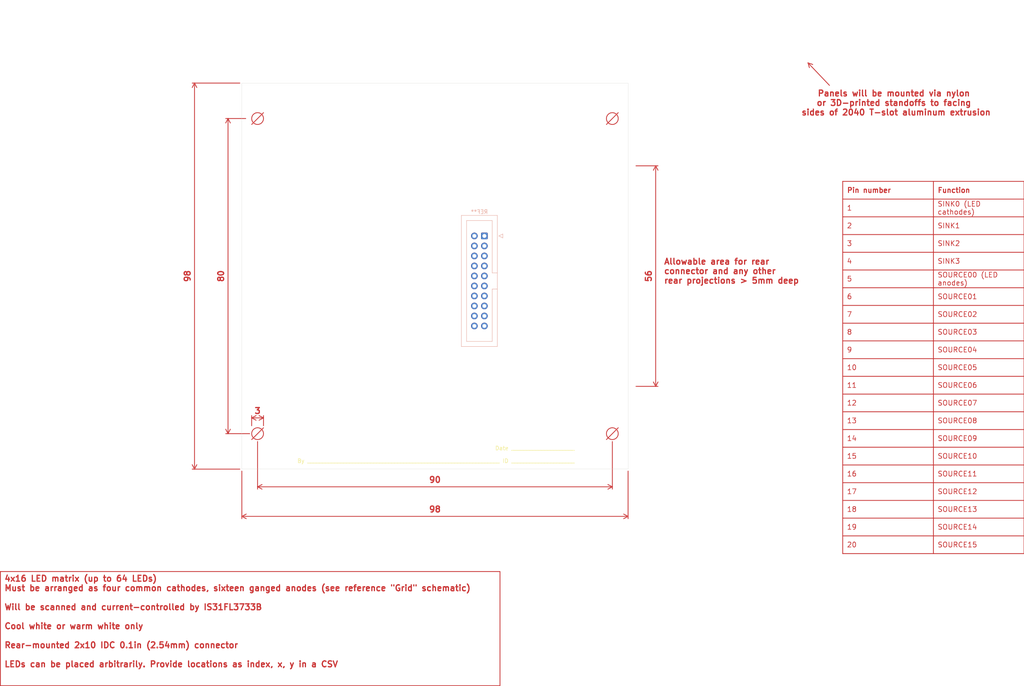
<source format=kicad_pcb>
(kicad_pcb (version 20241229) (generator "pcbnew") (generator_version "9.0")
  (title_block (date "2026-01-06") (company "Chris Combs"))
  (layers (0 "F.Cu" signal) (2 "B.Cu" signal) (13 "F.Paste" user) (15 "B.Paste" user) (5 "F.SilkS" user "F.Silkscreen") (7 "B.SilkS" user "B.Silkscreen") (1 "F.Mask" user) (3 "B.Mask" user) (25 "Edge.Cuts" user))
  (net 0 "")
  (footprint "Connector_IDC:IDC-Header_2x10_P2.54mm_Vertical" (layer "B.Cu") (at 141.54 78.8 180)
    (property "Reference" "REF**" (at 1.27 6.1 0) (layer "B.SilkS") (effects (justify mirror)))
    (property "Value" "IDC-Header_2x10_P2.54mm_Vertical")
    (fp_line (start 5.83 5.21) (end 5.83 -28.07) (stroke (width 0.12)) (layer "B.SilkS"))
    (fp_line (start 5.83 -28.07) (end -3.29 -28.07) (stroke (width 0.12)) (layer "B.SilkS"))
    (fp_line (start 4.52 3.91) (end 4.52 -26.77) (stroke (width 0.12)) (layer "B.SilkS"))
    (fp_line (start 4.52 -26.77) (end -1.98 -26.77) (stroke (width 0.12)) (layer "B.SilkS"))
    (fp_line (start -1.98 3.91) (end 4.52 3.91) (stroke (width 0.12)) (layer "B.SilkS"))
    (fp_line (start -1.98 -9.38) (end -1.98 3.91) (stroke (width 0.12)) (layer "B.SilkS"))
    (fp_line (start -1.98 -13.48) (end -1.98 -13.48) (stroke (width 0.12)) (layer "B.SilkS"))
    (fp_line (start -1.98 -13.48) (end -3.29 -13.48) (stroke (width 0.12)) (layer "B.SilkS"))
    (fp_line (start -1.98 -26.77) (end -1.98 -13.48) (stroke (width 0.12)) (layer "B.SilkS"))
    (fp_line (start -3.29 5.21) (end 5.83 5.21) (stroke (width 0.12)) (layer "B.SilkS"))
    (fp_line (start -3.29 -9.38) (end -1.98 -9.38) (stroke (width 0.12)) (layer "B.SilkS"))
    (fp_line (start -3.29 -28.07) (end -3.29 5.21) (stroke (width 0.12)) (layer "B.SilkS"))
    (fp_line (start -3.68 0) (end -4.68 0.5) (stroke (width 0.12)) (layer "B.SilkS"))
    (fp_line (start -4.68 0.5) (end -4.68 -0.5) (stroke (width 0.12)) (layer "B.SilkS"))
    (fp_line (start -4.68 -0.5) (end -3.68 0) (stroke (width 0.12)) (layer "B.SilkS"))
    (pad "1" thru_hole roundrect (at 0 0 180) (size 1.7 1.7) (drill 1) (layers "*.Cu" "*.Mask") (roundrect_rratio 0.147059))
    (pad "2" thru_hole circle (at 2.54 0 180) (size 1.7 1.7) (drill 1) (layers "*.Cu" "*.Mask"))
    (pad "3" thru_hole circle (at 0 -2.54 180) (size 1.7 1.7) (drill 1) (layers "*.Cu" "*.Mask"))
    (pad "4" thru_hole circle (at 2.54 -2.54 180) (size 1.7 1.7) (drill 1) (layers "*.Cu" "*.Mask"))
    (pad "5" thru_hole circle (at 0 -5.08 180) (size 1.7 1.7) (drill 1) (layers "*.Cu" "*.Mask"))
    (pad "6" thru_hole circle (at 2.54 -5.08 180) (size 1.7 1.7) (drill 1) (layers "*.Cu" "*.Mask"))
    (pad "7" thru_hole circle (at 0 -7.62 180) (size 1.7 1.7) (drill 1) (layers "*.Cu" "*.Mask"))
    (pad "8" thru_hole circle (at 2.54 -7.62 180) (size 1.7 1.7) (drill 1) (layers "*.Cu" "*.Mask"))
    (pad "9" thru_hole circle (at 0 -10.16 180) (size 1.7 1.7) (drill 1) (layers "*.Cu" "*.Mask"))
    (pad "10" thru_hole circle (at 2.54 -10.16 180) (size 1.7 1.7) (drill 1) (layers "*.Cu" "*.Mask"))
    (pad "11" thru_hole circle (at 0 -12.7 180) (size 1.7 1.7) (drill 1) (layers "*.Cu" "*.Mask"))
    (pad "12" thru_hole circle (at 2.54 -12.7 180) (size 1.7 1.7) (drill 1) (layers "*.Cu" "*.Mask"))
    (pad "13" thru_hole circle (at 0 -15.24 180) (size 1.7 1.7) (drill 1) (layers "*.Cu" "*.Mask"))
    (pad "14" thru_hole circle (at 2.54 -15.24 180) (size 1.7 1.7) (drill 1) (layers "*.Cu" "*.Mask"))
    (pad "15" thru_hole circle (at 0 -17.78 180) (size 1.7 1.7) (drill 1) (layers "*.Cu" "*.Mask"))
    (pad "16" thru_hole circle (at 2.54 -17.78 180) (size 1.7 1.7) (drill 1) (layers "*.Cu" "*.Mask"))
    (pad "17" thru_hole circle (at 0 -20.32 180) (size 1.7 1.7) (drill 1) (layers "*.Cu" "*.Mask"))
    (pad "18" thru_hole circle (at 2.54 -20.32 180) (size 1.7 1.7) (drill 1) (layers "*.Cu" "*.Mask"))
    (pad "19" thru_hole circle (at 0 -22.86 180) (size 1.7 1.7) (drill 1) (layers "*.Cu" "*.Mask"))
    (pad "20" thru_hole circle (at 2.54 -22.86 180) (size 1.7 1.7) (drill 1) (layers "*.Cu" "*.Mask"))
  )
  (gr_circle (center 84 129) (end 85.5 129) (stroke (width 0.2)) (fill no) (layer "F.Cu"))
  (gr_line (start 82.5 50.5) (end 85.5 47.5) (stroke (width 0.2)) (layer "F.Cu"))
  (gr_line (start 82.5 130.5) (end 85.5 127.5) (stroke (width 0.2)) (layer "F.Cu"))
  (gr_circle (center 174 49) (end 175.5 49) (stroke (width 0.2)) (fill no) (layer "F.Cu"))
  (gr_line (start 172.5 50.5) (end 175.5 47.5) (stroke (width 0.2)) (layer "F.Cu"))
  (gr_line (start 172.5 130.5) (end 175.5 127.5) (stroke (width 0.2)) (layer "F.Cu"))
  (gr_circle (center 84 49) (end 85.5 49) (stroke (width 0.2)) (fill no) (layer "F.Cu"))
  (gr_circle (center 174 129) (end 175.5 129) (stroke (width 0.2)) (fill no) (layer "F.Cu"))
  (gr_rect (start 80 40) (end 178 138) (stroke (width 0.05)) (fill no) (layer "Edge.Cuts"))
  (gr_text "Allowable area for rear\nconnector and any other \nrear projections > 5mm deep" (at 187 91 0) (layer "F.Cu") (effects (font (size 1.5 1.5) (thickness 0.3) (bold yes)) (justify left bottom)))
  (gr_text "Date _____________________\n\nBy ________________________________________________________________ ID _____________________" (at 164.5 136.5 0) (layer "F.SilkS") (effects (font (size 1 1)) (justify right bottom)))
  (gr_text_box "4x16 LED matrix (up to 64 LEDs)\nMust be arranged as four common cathodes, sixteen ganged anodes (see reference {dblquote}Grid{dblquote} schematic)\n\nWill be scanned and current-controlled by IS31FL3733B\n\nCool white or warm white only\n\nRear-mounted 2x10 IDC 0.1in (2.54mm) connector\n\nLEDs can be placed arbitrarily. Provide locations as index, x, y in a CSV" (start 18.75 164) (end 145.5 193) (margins 1.0025 1.0025 1.0025 1.0025) (layer "F.Cu") (effects (font (size 1.5 1.5) (thickness 0.3) (bold yes)) (justify left top)) (border yes) (stroke (width 0.2)))
  (table (column_count 2) (layer "F.Cu") (border (external yes) (header yes) (stroke (width 0.2))) (separators (rows yes) (cols yes) (stroke (width 0.2))) (column_widths 23 23) (row_heights 4.5 4.5 4.5 4.5 4.5 4.5 4.5 4.5 4.5 4.5 4.5 4.5 4.5 4.5 4.5 4.5 4.5 4.5 4.5 4.5 4.5) (cells (table_cell "Pin number" (start 232.45 64.95) (end 255.45 69.45) (margins 1.0025 1.0025 1.0025 1.0025) (span 1 1) (layer "F.Cu") (effects (font (size 1.27 1.27) (thickness 0.254) (bold yes)) (justify left))) (table_cell "Function" (start 255.45 64.95) (end 278.45 69.45) (margins 1.0025 1.0025 1.0025 1.0025) (span 1 1) (layer "F.Cu") (effects (font (size 1.27 1.27) (thickness 0.254) (bold yes)) (justify left))) (table_cell "1" (start 232.45 69.45) (end 255.45 73.95) (margins 1.0025 1.0025 1.0025 1.0025) (span 1 1) (layer "F.Cu") (effects (font (size 1.27 1.27)) (justify left))) (table_cell "SINK0 (LED cathodes)" (start 255.45 69.45) (end 278.45 73.95) (margins 1.0025 1.0025 1.0025 1.0025) (span 1 1) (layer "F.Cu") (effects (font (size 1.27 1.27)) (justify left))) (table_cell "2" (start 232.45 73.95) (end 255.45 78.45) (margins 1.0025 1.0025 1.0025 1.0025) (span 1 1) (layer "F.Cu") (effects (font (size 1.27 1.27)) (justify left))) (table_cell "SINK1" (start 255.45 73.95) (end 278.45 78.45) (margins 1.0025 1.0025 1.0025 1.0025) (span 1 1) (layer "F.Cu") (effects (font (size 1.27 1.27)) (justify left))) (table_cell "3" (start 232.45 78.45) (end 255.45 82.95) (margins 1.0025 1.0025 1.0025 1.0025) (span 1 1) (layer "F.Cu") (effects (font (size 1.27 1.27)) (justify left))) (table_cell "SINK2" (start 255.45 78.45) (end 278.45 82.95) (margins 1.0025 1.0025 1.0025 1.0025) (span 1 1) (layer "F.Cu") (effects (font (size 1.27 1.27)) (justify left))) (table_cell "4" (start 232.45 82.95) (end 255.45 87.45) (margins 1.0025 1.0025 1.0025 1.0025) (span 1 1) (layer "F.Cu") (effects (font (size 1.27 1.27)) (justify left))) (table_cell "SINK3" (start 255.45 82.95) (end 278.45 87.45) (margins 1.0025 1.0025 1.0025 1.0025) (span 1 1) (layer "F.Cu") (effects (font (size 1.27 1.27)) (justify left))) (table_cell "5" (start 232.45 87.45) (end 255.45 91.95) (margins 1.0025 1.0025 1.0025 1.0025) (span 1 1) (layer "F.Cu") (effects (font (size 1.27 1.27)) (justify left))) (table_cell "SOURCE00 (LED anodes)" (start 255.45 87.45) (end 278.45 91.95) (margins 1.0025 1.0025 1.0025 1.0025) (span 1 1) (layer "F.Cu") (effects (font (size 1.27 1.27)) (justify left))) (table_cell "6" (start 232.45 91.95) (end 255.45 96.45) (margins 1.0025 1.0025 1.0025 1.0025) (span 1 1) (layer "F.Cu") (effects (font (size 1.27 1.27)) (justify left))) (table_cell "SOURCE01" (start 255.45 91.95) (end 278.45 96.45) (margins 1.0025 1.0025 1.0025 1.0025) (span 1 1) (layer "F.Cu") (effects (font (size 1.27 1.27)) (justify left))) (table_cell "7" (start 232.45 96.45) (end 255.45 100.95) (margins 1.0025 1.0025 1.0025 1.0025) (span 1 1) (layer "F.Cu") (effects (font (size 1.27 1.27)) (justify left))) (table_cell "SOURCE02" (start 255.45 96.45) (end 278.45 100.95) (margins 1.0025 1.0025 1.0025 1.0025) (span 1 1) (layer "F.Cu") (effects (font (size 1.27 1.27)) (justify left))) (table_cell "8" (start 232.45 100.95) (end 255.45 105.45) (margins 1.0025 1.0025 1.0025 1.0025) (span 1 1) (layer "F.Cu") (effects (font (size 1.27 1.27)) (justify left))) (table_cell "SOURCE03" (start 255.45 100.95) (end 278.45 105.45) (margins 1.0025 1.0025 1.0025 1.0025) (span 1 1) (layer "F.Cu") (effects (font (size 1.27 1.27)) (justify left))) (table_cell "9" (start 232.45 105.45) (end 255.45 109.95) (margins 1.0025 1.0025 1.0025 1.0025) (span 1 1) (layer "F.Cu") (effects (font (size 1.27 1.27)) (justify left))) (table_cell "SOURCE04" (start 255.45 105.45) (end 278.45 109.95) (margins 1.0025 1.0025 1.0025 1.0025) (span 1 1) (layer "F.Cu") (effects (font (size 1.27 1.27)) (justify left))) (table_cell "10" (start 232.45 109.95) (end 255.45 114.45) (margins 1.0025 1.0025 1.0025 1.0025) (span 1 1) (layer "F.Cu") (effects (font (size 1.27 1.27)) (justify left))) (table_cell "SOURCE05" (start 255.45 109.95) (end 278.45 114.45) (margins 1.0025 1.0025 1.0025 1.0025) (span 1 1) (layer "F.Cu") (effects (font (size 1.27 1.27)) (justify left))) (table_cell "11" (start 232.45 114.45) (end 255.45 118.95) (margins 1.0025 1.0025 1.0025 1.0025) (span 1 1) (layer "F.Cu") (effects (font (size 1.27 1.27)) (justify left))) (table_cell "SOURCE06" (start 255.45 114.45) (end 278.45 118.95) (margins 1.0025 1.0025 1.0025 1.0025) (span 1 1) (layer "F.Cu") (effects (font (size 1.27 1.27)) (justify left))) (table_cell "12" (start 232.45 118.95) (end 255.45 123.45) (margins 1.0025 1.0025 1.0025 1.0025) (span 1 1) (layer "F.Cu") (effects (font (size 1.27 1.27)) (justify left))) (table_cell "SOURCE07" (start 255.45 118.95) (end 278.45 123.45) (margins 1.0025 1.0025 1.0025 1.0025) (span 1 1) (layer "F.Cu") (effects (font (size 1.27 1.27)) (justify left))) (table_cell "13" (start 232.45 123.45) (end 255.45 127.95) (margins 1.0025 1.0025 1.0025 1.0025) (span 1 1) (layer "F.Cu") (effects (font (size 1.27 1.27)) (justify left))) (table_cell "SOURCE08" (start 255.45 123.45) (end 278.45 127.95) (margins 1.0025 1.0025 1.0025 1.0025) (span 1 1) (layer "F.Cu") (effects (font (size 1.27 1.27)) (justify left))) (table_cell "14" (start 232.45 127.95) (end 255.45 132.45) (margins 1.0025 1.0025 1.0025 1.0025) (span 1 1) (layer "F.Cu") (effects (font (size 1.27 1.27)) (justify left))) (table_cell "SOURCE09" (start 255.45 127.95) (end 278.45 132.45) (margins 1.0025 1.0025 1.0025 1.0025) (span 1 1) (layer "F.Cu") (effects (font (size 1.27 1.27)) (justify left))) (table_cell "15" (start 232.45 132.45) (end 255.45 136.95) (margins 1.0025 1.0025 1.0025 1.0025) (span 1 1) (layer "F.Cu") (effects (font (size 1.27 1.27)) (justify left))) (table_cell "SOURCE10" (start 255.45 132.45) (end 278.45 136.95) (margins 1.0025 1.0025 1.0025 1.0025) (span 1 1) (layer "F.Cu") (effects (font (size 1.27 1.27)) (justify left))) (table_cell "16" (start 232.45 136.95) (end 255.45 141.45) (margins 1.0025 1.0025 1.0025 1.0025) (span 1 1) (layer "F.Cu") (effects (font (size 1.27 1.27)) (justify left))) (table_cell "SOURCE11" (start 255.45 136.95) (end 278.45 141.45) (margins 1.0025 1.0025 1.0025 1.0025) (span 1 1) (layer "F.Cu") (effects (font (size 1.27 1.27)) (justify left))) (table_cell "17" (start 232.45 141.45) (end 255.45 145.95) (margins 1.0025 1.0025 1.0025 1.0025) (span 1 1) (layer "F.Cu") (effects (font (size 1.27 1.27)) (justify left))) (table_cell "SOURCE12" (start 255.45 141.45) (end 278.45 145.95) (margins 1.0025 1.0025 1.0025 1.0025) (span 1 1) (layer "F.Cu") (effects (font (size 1.27 1.27)) (justify left))) (table_cell "18" (start 232.45 145.95) (end 255.45 150.45) (margins 1.0025 1.0025 1.0025 1.0025) (span 1 1) (layer "F.Cu") (effects (font (size 1.27 1.27)) (justify left))) (table_cell "SOURCE13" (start 255.45 145.95) (end 278.45 150.45) (margins 1.0025 1.0025 1.0025 1.0025) (span 1 1) (layer "F.Cu") (effects (font (size 1.27 1.27)) (justify left))) (table_cell "19" (start 232.45 150.45) (end 255.45 154.95) (margins 1.0025 1.0025 1.0025 1.0025) (span 1 1) (layer "F.Cu") (effects (font (size 1.27 1.27)) (justify left))) (table_cell "SOURCE14" (start 255.45 150.45) (end 278.45 154.95) (margins 1.0025 1.0025 1.0025 1.0025) (span 1 1) (layer "F.Cu") (effects (font (size 1.27 1.27)) (justify left))) (table_cell "20" (start 232.45 154.95) (end 255.45 159.45) (margins 1.0025 1.0025 1.0025 1.0025) (span 1 1) (layer "F.Cu") (effects (font (size 1.27 1.27)) (justify left))) (table_cell "SOURCE15" (start 255.45 154.95) (end 278.45 159.45) (margins 1.0025 1.0025 1.0025 1.0025) (span 1 1) (layer "F.Cu") (effects (font (size 1.27 1.27)) (justify left)))))
  (dimension (type leader) (layer "F.Cu") (pts (xy 223.3 34.5) (xy 233.3 45)) (format (prefix "") (suffix "") (units 0) (units_format 0) (precision 4) (override_value "Panels will be mounted via nylon \nor 3D-printed standoffs to facing \nsides of 2040 T-slot aluminum extrusion")) (style (thickness 0.2) (arrow_length 1.27) (text_position_mode 0) (text_frame 0) (extension_offset 0.5)) (gr_text "Panels will be mounted via nylon \nor 3D-printed standoffs to facing \nsides of 2040 T-slot aluminum extrusion" (at 246 45 0) (layer "F.Cu") (effects (font (size 1.5 1.5) (thickness 0.3)))))
  (dimension (type orthogonal) (layer "F.Cu") (pts (xy 80 138) (xy 80 40)) (height -12) (orientation 1) (format (prefix "") (suffix "") (units 3) (units_format 0) (precision 4) (suppress_zeroes yes)) (style (thickness 0.2) (arrow_length 1.27) (text_position_mode 0) (arrow_direction outward) (extension_height 0.58642) (extension_offset 0.5) (keep_text_aligned yes)) (gr_text "98" (at 66.2 89 90) (layer "F.Cu") (effects (font (size 1.5 1.5) (thickness 0.3)))))
  (dimension (type orthogonal) (layer "F.Cu") (pts (xy 178 138) (xy 80 138)) (height 12) (orientation 0) (format (prefix "") (suffix "") (units 3) (units_format 0) (precision 4) (suppress_zeroes yes)) (style (thickness 0.2) (arrow_length 1.27) (text_position_mode 0) (arrow_direction outward) (extension_height 0.58642) (extension_offset 0.5) (keep_text_aligned yes)) (gr_text "98" (at 129 148.2 0) (layer "F.Cu") (effects (font (size 1.5 1.5) (thickness 0.3)))))
  (dimension (type orthogonal) (layer "F.Cu") (pts (xy 82.5 127.5) (xy 85.5 127.5)) (height -2.5) (orientation 0) (format (prefix "") (suffix "") (units 3) (units_format 0) (precision 4) (suppress_zeroes yes)) (style (thickness 0.2) (arrow_length 1.27) (text_position_mode 0) (arrow_direction outward) (extension_height 0.58642) (extension_offset 0.5) (keep_text_aligned yes)) (gr_text "3" (at 84 123.2 0) (layer "F.Cu") (effects (font (size 1.5 1.5) (thickness 0.3)))))
  (dimension (type orthogonal) (layer "F.Cu") (pts (xy 82.5 129) (xy 81.5 49)) (height -6) (orientation 1) (format (prefix "") (suffix "") (units 3) (units_format 0) (precision 4) (suppress_zeroes yes)) (style (thickness 0.2) (arrow_length 1.27) (text_position_mode 0) (arrow_direction outward) (extension_height 0.58642) (extension_offset 0.5) (keep_text_aligned yes)) (gr_text "80" (at 74.7 89 90) (layer "F.Cu") (effects (font (size 1.5 1.5) (thickness 0.3)))))
  (dimension (type orthogonal) (layer "F.Cu") (pts (xy 84 130.5) (xy 174 130.5)) (height 12) (orientation 0) (format (prefix "") (suffix "") (units 3) (units_format 0) (precision 4) (suppress_zeroes yes)) (style (thickness 0.2) (arrow_length 1.27) (text_position_mode 0) (arrow_direction outward) (extension_height 0.58642) (extension_offset 0.5) (keep_text_aligned yes)) (gr_text "90" (at 129 140.7 0) (layer "F.Cu") (effects (font (size 1.5 1.5) (thickness 0.3)))))
  (dimension (type orthogonal) (layer "F.Cu") (pts (xy 179.5 61) (xy 179.5 117)) (height 5.5) (orientation 1) (format (prefix "") (suffix "") (units 3) (units_format 0) (precision 4) (suppress_zeroes yes)) (style (thickness 0.2) (arrow_length 1.27) (text_position_mode 0) (arrow_direction outward) (extension_height 0.58642) (extension_offset 0.5) (keep_text_aligned yes)) (gr_text "56" (at 183.2 89 90) (layer "F.Cu") (effects (font (size 1.5 1.5) (thickness 0.3)))))
)
</source>
